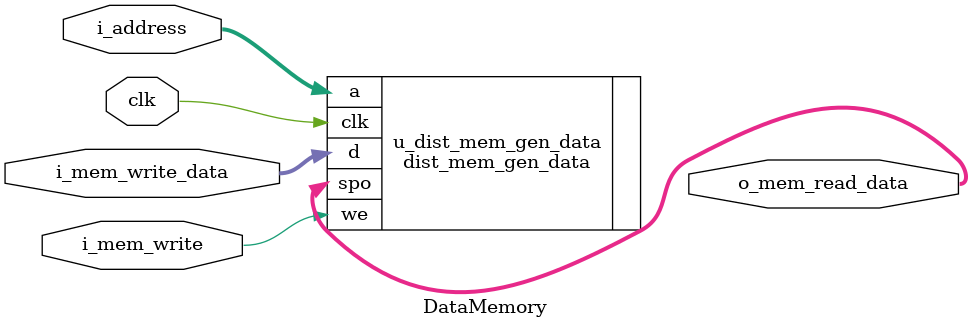
<source format=v>
`timescale 1ns / 1ps
module DataMemory(clk,
                  i_address,
                  i_mem_write_data,
                  i_mem_write,
                  o_mem_read_data);
    
    input clk;
    input i_mem_write;
    input [8:0] i_address;
    input [31:0] i_mem_write_data;
    output [31:0] o_mem_read_data;
    
    dist_mem_gen_data u_dist_mem_gen_data(
    .a(i_address),
    .d(i_mem_write_data),
    .clk(clk),
    .we(i_mem_write),
    .spo(o_mem_read_data)
    );
    
endmodule

</source>
